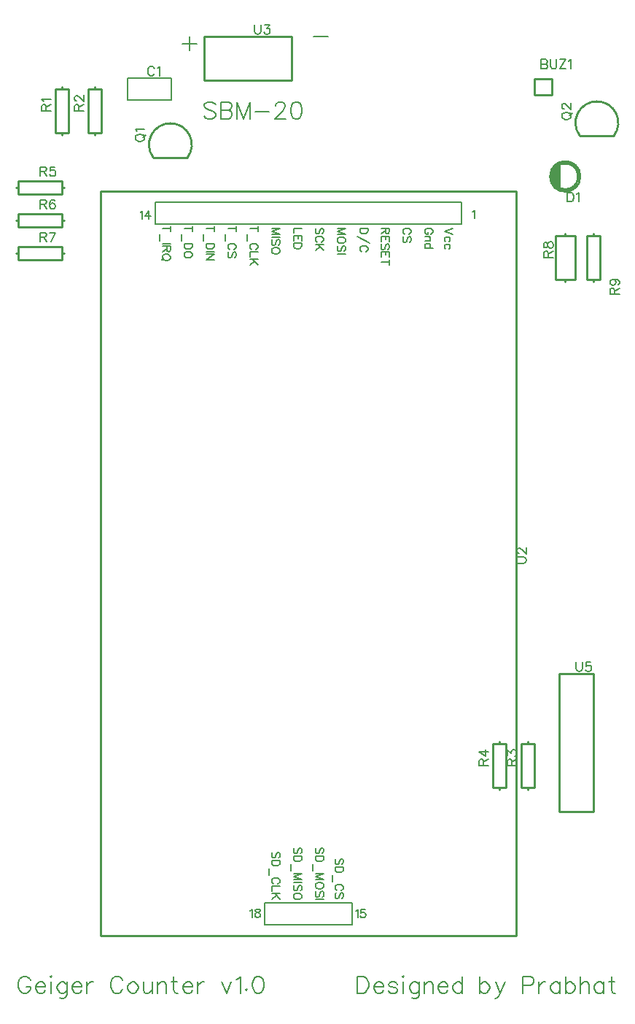
<source format=gto>
G04 Layer: TopSilkLayer*
G04 EasyEDA v6.2.34, 2019-08-10T09:13:35--4:00*
G04 cec1feb412d9436ebb02216d70db0232,603e5982b1a64880906022400fb7a34d,10*
G04 Gerber Generator version 0.2*
G04 Scale: 100 percent, Rotated: No, Reflected: No *
G04 Dimensions in millimeters *
G04 leading zeros omitted , absolute positions ,3 integer and 3 decimal *
%FSLAX33Y33*%
%MOMM*%
G90*
G71D02*

%ADD10C,0.254000*%
%ADD22C,0.200660*%
%ADD23C,0.152400*%
%ADD24C,0.203200*%
%ADD25C,0.202997*%

%LPD*%
G54D22*
G01X53364Y96729D02*
G01X19709Y96729D01*
G01X55269Y96729D02*
G01X53364Y96729D01*
G01X55269Y99269D02*
G01X55269Y96729D01*
G01X55269Y99269D02*
G01X19709Y99269D01*
G01X19709Y99269D02*
G01X19709Y96729D01*
G01X42569Y17989D02*
G01X42569Y15449D01*
G01X42569Y15449D02*
G01X32409Y15449D01*
G01X42569Y17989D02*
G01X32409Y17989D01*
G01X32409Y17989D02*
G01X32409Y15449D01*
G54D10*
G01X61619Y100539D02*
G01X61619Y14179D01*
G01X13359Y14179D01*
G01X13359Y100539D01*
G01X61619Y100539D01*
G01X25400Y118475D02*
G01X35560Y118475D01*
G01X35560Y113395D01*
G01X25400Y113395D01*
G01X25400Y118475D01*
G01X8128Y107299D02*
G01X8128Y112379D01*
G01X8128Y112379D02*
G01X8890Y112379D01*
G01X8890Y112379D02*
G01X9652Y112379D01*
G01X9652Y112379D02*
G01X9652Y107299D01*
G01X9652Y107299D02*
G01X8890Y107299D01*
G01X8890Y107299D02*
G01X8128Y107299D01*
G01X8890Y112379D02*
G01X8890Y112633D01*
G01X8890Y107299D02*
G01X8890Y107045D01*
G01X11938Y107299D02*
G01X11938Y112379D01*
G01X11938Y112379D02*
G01X12700Y112379D01*
G01X12700Y112379D02*
G01X13462Y112379D01*
G01X13462Y112379D02*
G01X13462Y107299D01*
G01X13462Y107299D02*
G01X12700Y107299D01*
G01X12700Y107299D02*
G01X11938Y107299D01*
G01X12700Y112379D02*
G01X12700Y112633D01*
G01X12700Y107299D02*
G01X12700Y107045D01*
G01X62230Y31353D02*
G01X62230Y36433D01*
G01X62230Y36433D02*
G01X62992Y36433D01*
G01X62992Y36433D02*
G01X63754Y36433D01*
G01X63754Y36433D02*
G01X63754Y31353D01*
G01X63754Y31353D02*
G01X62992Y31353D01*
G01X62992Y31353D02*
G01X62230Y31353D01*
G01X62992Y36433D02*
G01X62992Y36687D01*
G01X62992Y31353D02*
G01X62992Y31099D01*
G01X58928Y31353D02*
G01X58928Y36433D01*
G01X58928Y36433D02*
G01X59690Y36433D01*
G01X59690Y36433D02*
G01X60452Y36433D01*
G01X60452Y36433D02*
G01X60452Y31353D01*
G01X60452Y31353D02*
G01X59690Y31353D01*
G01X59690Y31353D02*
G01X58928Y31353D01*
G01X59690Y36433D02*
G01X59690Y36687D01*
G01X59690Y31353D02*
G01X59690Y31099D01*
G54D22*
G01X21587Y113647D02*
G01X16507Y113647D01*
G01X16507Y111107D01*
G01X21587Y111107D01*
G01X21587Y113647D01*
G54D10*
G01X3810Y101711D02*
G01X8890Y101711D01*
G01X8890Y101711D02*
G01X8890Y100949D01*
G01X8890Y100949D02*
G01X8890Y100187D01*
G01X8890Y100187D02*
G01X3810Y100187D01*
G01X3810Y100187D02*
G01X3810Y100949D01*
G01X3810Y100949D02*
G01X3810Y101711D01*
G01X8890Y100949D02*
G01X9144Y100949D01*
G01X3810Y100949D02*
G01X3556Y100949D01*
G01X3810Y97901D02*
G01X8890Y97901D01*
G01X8890Y97901D02*
G01X8890Y97139D01*
G01X8890Y97139D02*
G01X8890Y96377D01*
G01X8890Y96377D02*
G01X3810Y96377D01*
G01X3810Y96377D02*
G01X3810Y97139D01*
G01X3810Y97139D02*
G01X3810Y97901D01*
G01X8890Y97139D02*
G01X9144Y97139D01*
G01X3810Y97139D02*
G01X3556Y97139D01*
G01X23442Y104403D02*
G01X19483Y104403D01*
G01X3810Y94091D02*
G01X8890Y94091D01*
G01X8890Y94091D02*
G01X8890Y93329D01*
G01X8890Y93329D02*
G01X8890Y92567D01*
G01X8890Y92567D02*
G01X3810Y92567D01*
G01X3810Y92567D02*
G01X3810Y93329D01*
G01X3810Y93329D02*
G01X3810Y94091D01*
G01X8890Y93329D02*
G01X9144Y93329D01*
G01X3810Y93329D02*
G01X3556Y93329D01*
G01X63770Y113553D02*
G01X65769Y113553D01*
G01X63770Y111704D02*
G01X65769Y111704D01*
G01X65769Y113553D02*
G01X65769Y111704D01*
G01X63770Y113553D02*
G01X63770Y111704D01*
G01X66167Y90281D02*
G01X66167Y95361D01*
G01X66167Y95361D02*
G01X67310Y95361D01*
G01X67310Y95361D02*
G01X68453Y95361D01*
G01X68453Y95361D02*
G01X68453Y90281D01*
G01X68453Y90281D02*
G01X67310Y90281D01*
G01X67310Y90281D02*
G01X66167Y90281D01*
G01X67310Y95361D02*
G01X67310Y95615D01*
G01X67310Y90281D02*
G01X67310Y90027D01*
G01X66580Y44529D02*
G01X70579Y44529D01*
G01X70579Y28530D01*
G01X66580Y28530D01*
G01X66580Y44529D01*
G01X72972Y106943D02*
G01X69013Y106943D01*
G01X71374Y95361D02*
G01X71374Y90281D01*
G01X71374Y90281D02*
G01X70612Y90281D01*
G01X70612Y90281D02*
G01X69850Y90281D01*
G01X69850Y90281D02*
G01X69850Y95361D01*
G01X69850Y95361D02*
G01X70612Y95361D01*
G01X70612Y95361D02*
G01X71374Y95361D01*
G01X70612Y90281D02*
G01X70612Y90027D01*
G01X70612Y95361D02*
G01X70612Y95615D01*
G54D23*
G01X61719Y57359D02*
G01X62496Y57359D01*
G01X62653Y57410D01*
G01X62757Y57514D01*
G01X62808Y57672D01*
G01X62808Y57776D01*
G01X62757Y57931D01*
G01X62653Y58035D01*
G01X62496Y58086D01*
G01X61719Y58086D01*
G01X61978Y58482D02*
G01X61924Y58482D01*
G01X61820Y58533D01*
G01X61769Y58586D01*
G01X61719Y58690D01*
G01X61719Y58896D01*
G01X61769Y59000D01*
G01X61820Y59054D01*
G01X61924Y59104D01*
G01X62028Y59104D01*
G01X62133Y59054D01*
G01X62290Y58950D01*
G01X62808Y58429D01*
G01X62808Y59158D01*
G54D24*
G01X56539Y98109D02*
G01X56631Y98154D01*
G01X56766Y98292D01*
G01X56766Y97337D01*
G01X54253Y96221D02*
G01X53298Y95859D01*
G01X54253Y95496D02*
G01X53298Y95859D01*
G01X53799Y94650D02*
G01X53891Y94742D01*
G01X53932Y94830D01*
G01X53934Y94968D01*
G01X53891Y95058D01*
G01X53799Y95149D01*
G01X53663Y95196D01*
G01X53569Y95196D01*
G01X53436Y95149D01*
G01X53345Y95058D01*
G01X53298Y94968D01*
G01X53300Y94830D01*
G01X53345Y94742D01*
G01X53436Y94650D01*
G01X53799Y93802D02*
G01X53891Y93894D01*
G01X53934Y93987D01*
G01X53934Y94120D01*
G01X53891Y94213D01*
G01X53799Y94305D01*
G01X53661Y94350D01*
G01X53571Y94350D01*
G01X53434Y94303D01*
G01X53345Y94213D01*
G01X53298Y94120D01*
G01X53298Y93987D01*
G01X53345Y93894D01*
G01X53436Y93802D01*
G01X51739Y95541D02*
G01X51829Y95584D01*
G01X51921Y95675D01*
G01X51967Y95765D01*
G01X51967Y95948D01*
G01X51921Y96038D01*
G01X51829Y96130D01*
G01X51739Y96177D01*
G01X51605Y96221D01*
G01X51375Y96221D01*
G01X51238Y96175D01*
G01X51150Y96130D01*
G01X51059Y96038D01*
G01X51012Y95948D01*
G01X51014Y95767D01*
G01X51059Y95675D01*
G01X51150Y95584D01*
G01X51240Y95541D01*
G01X51377Y95541D01*
G01X51377Y95767D02*
G01X51377Y95541D01*
G01X51648Y95237D02*
G01X51014Y95239D01*
G01X51466Y95239D02*
G01X51605Y95104D01*
G01X51648Y95011D01*
G01X51648Y94874D01*
G01X51603Y94786D01*
G01X51466Y94740D01*
G01X51012Y94742D01*
G01X51967Y93894D02*
G01X51012Y93894D01*
G01X51513Y93896D02*
G01X51605Y93987D01*
G01X51646Y94075D01*
G01X51648Y94213D01*
G01X51605Y94303D01*
G01X51513Y94395D01*
G01X51377Y94438D01*
G01X51283Y94438D01*
G01X51150Y94395D01*
G01X51059Y94303D01*
G01X51012Y94213D01*
G01X51014Y94075D01*
G01X51059Y93987D01*
G01X51150Y93896D01*
G01X49198Y95541D02*
G01X49287Y95584D01*
G01X49379Y95675D01*
G01X49426Y95765D01*
G01X49426Y95948D01*
G01X49379Y96038D01*
G01X49287Y96130D01*
G01X49198Y96177D01*
G01X49063Y96221D01*
G01X48833Y96221D01*
G01X48696Y96175D01*
G01X48608Y96130D01*
G01X48517Y96038D01*
G01X48470Y95948D01*
G01X48472Y95767D01*
G01X48517Y95675D01*
G01X48608Y95584D01*
G01X48698Y95541D01*
G01X49287Y94603D02*
G01X49379Y94695D01*
G01X49427Y94830D01*
G01X49426Y95011D01*
G01X49381Y95149D01*
G01X49287Y95239D01*
G01X49198Y95239D01*
G01X49106Y95194D01*
G01X49063Y95151D01*
G01X49016Y95058D01*
G01X48925Y94786D01*
G01X48880Y94695D01*
G01X48835Y94650D01*
G01X48741Y94603D01*
G01X48608Y94603D01*
G01X48517Y94695D01*
G01X48472Y94830D01*
G01X48472Y95013D01*
G01X48515Y95149D01*
G01X48608Y95239D01*
G01X46886Y96221D02*
G01X45930Y96221D01*
G01X46886Y96221D02*
G01X46886Y95812D01*
G01X46839Y95675D01*
G01X46794Y95631D01*
G01X46704Y95584D01*
G01X46611Y95584D01*
G01X46523Y95629D01*
G01X46476Y95675D01*
G01X46431Y95814D01*
G01X46429Y96221D01*
G01X46431Y95904D02*
G01X45932Y95584D01*
G01X46886Y95284D02*
G01X45930Y95284D01*
G01X46886Y95284D02*
G01X46886Y94695D01*
G01X46431Y95286D02*
G01X46429Y94921D01*
G01X45930Y95284D02*
G01X45930Y94695D01*
G01X46749Y93757D02*
G01X46841Y93849D01*
G01X46886Y93987D01*
G01X46886Y94167D01*
G01X46839Y94303D01*
G01X46747Y94395D01*
G01X46658Y94395D01*
G01X46566Y94350D01*
G01X46523Y94303D01*
G01X46478Y94212D01*
G01X46386Y93940D01*
G01X46340Y93851D01*
G01X46293Y93804D01*
G01X46203Y93757D01*
G01X46067Y93757D01*
G01X45975Y93849D01*
G01X45930Y93987D01*
G01X45930Y94167D01*
G01X45977Y94303D01*
G01X46068Y94395D01*
G01X46886Y93459D02*
G01X45930Y93459D01*
G01X46886Y93459D02*
G01X46886Y92866D01*
G01X46431Y93457D02*
G01X46431Y93095D01*
G01X45930Y93459D02*
G01X45930Y92866D01*
G01X46886Y92249D02*
G01X45930Y92249D01*
G01X46887Y92567D02*
G01X46886Y91933D01*
G01X44420Y96221D02*
G01X43465Y96221D01*
G01X44420Y96221D02*
G01X44420Y95905D01*
G01X44375Y95767D01*
G01X44284Y95675D01*
G01X44192Y95631D01*
G01X44055Y95584D01*
G01X43829Y95584D01*
G01X43691Y95629D01*
G01X43601Y95675D01*
G01X43509Y95767D01*
G01X43466Y95904D01*
G01X43465Y96221D01*
G01X44601Y94467D02*
G01X43148Y95284D01*
G01X44192Y93486D02*
G01X44284Y93531D01*
G01X44373Y93621D01*
G01X44420Y93711D01*
G01X44420Y93894D01*
G01X44375Y93985D01*
G01X44282Y94075D01*
G01X44192Y94122D01*
G01X44057Y94167D01*
G01X43827Y94167D01*
G01X43691Y94120D01*
G01X43603Y94075D01*
G01X43511Y93987D01*
G01X43465Y93894D01*
G01X43466Y93712D01*
G01X43511Y93621D01*
G01X43603Y93533D01*
G01X43693Y93486D01*
G01X41807Y96221D02*
G01X40852Y96221D01*
G01X41807Y96221D02*
G01X40852Y95859D01*
G01X41807Y95496D02*
G01X40852Y95859D01*
G01X41807Y95496D02*
G01X40852Y95496D01*
G01X41807Y94921D02*
G01X41763Y95013D01*
G01X41671Y95104D01*
G01X41579Y95149D01*
G01X41445Y95194D01*
G01X41217Y95196D01*
G01X41078Y95151D01*
G01X40988Y95104D01*
G01X40897Y95013D01*
G01X40852Y94921D01*
G01X40852Y94742D01*
G01X40899Y94648D01*
G01X40988Y94558D01*
G01X41078Y94512D01*
G01X41217Y94467D01*
G01X41445Y94465D01*
G01X41579Y94513D01*
G01X41671Y94558D01*
G01X41763Y94650D01*
G01X41807Y94742D01*
G01X41807Y94921D01*
G01X41671Y93531D02*
G01X41761Y93621D01*
G01X41807Y93757D01*
G01X41807Y93940D01*
G01X41763Y94075D01*
G01X41671Y94167D01*
G01X41578Y94167D01*
G01X41488Y94120D01*
G01X41443Y94075D01*
G01X41398Y93987D01*
G01X41306Y93712D01*
G01X41261Y93621D01*
G01X41215Y93574D01*
G01X41125Y93531D01*
G01X40990Y93533D01*
G01X40899Y93621D01*
G01X40852Y93757D01*
G01X40852Y93940D01*
G01X40897Y94075D01*
G01X40988Y94167D01*
G01X41807Y93229D02*
G01X40852Y93229D01*
G01X39127Y95584D02*
G01X39219Y95675D01*
G01X39266Y95812D01*
G01X39266Y95995D01*
G01X39221Y96130D01*
G01X39129Y96221D01*
G01X39036Y96221D01*
G01X38946Y96175D01*
G01X38901Y96130D01*
G01X38856Y96038D01*
G01X38765Y95767D01*
G01X38720Y95675D01*
G01X38675Y95631D01*
G01X38581Y95584D01*
G01X38448Y95584D01*
G01X38357Y95675D01*
G01X38310Y95812D01*
G01X38310Y95995D01*
G01X38355Y96130D01*
G01X38447Y96221D01*
G01X39038Y94603D02*
G01X39129Y94648D01*
G01X39221Y94740D01*
G01X39267Y94830D01*
G01X39266Y95011D01*
G01X39219Y95104D01*
G01X39129Y95194D01*
G01X39038Y95239D01*
G01X38903Y95284D01*
G01X38673Y95284D01*
G01X38536Y95237D01*
G01X38448Y95196D01*
G01X38357Y95104D01*
G01X38312Y95013D01*
G01X38312Y94830D01*
G01X38357Y94742D01*
G01X38448Y94650D01*
G01X38538Y94603D01*
G01X39266Y94303D02*
G01X38310Y94303D01*
G01X39266Y93667D02*
G01X38628Y94305D01*
G01X38858Y94075D02*
G01X38312Y93666D01*
G01X36726Y96221D02*
G01X35770Y96221D01*
G01X35770Y96221D02*
G01X35770Y95675D01*
G01X36726Y95377D02*
G01X35772Y95376D01*
G01X36726Y95377D02*
G01X36727Y94786D01*
G01X36271Y95376D02*
G01X36271Y95013D01*
G01X35772Y95376D02*
G01X35772Y94786D01*
G01X36726Y94483D02*
G01X35770Y94483D01*
G01X36726Y94483D02*
G01X36726Y94167D01*
G01X36681Y94028D01*
G01X36589Y93940D01*
G01X36498Y93896D01*
G01X36361Y93849D01*
G01X36135Y93849D01*
G01X35996Y93894D01*
G01X35907Y93940D01*
G01X35817Y94030D01*
G01X35770Y94167D01*
G01X35770Y94483D01*
G01X34187Y96221D02*
G01X33232Y96221D01*
G01X34187Y96221D02*
G01X33232Y95859D01*
G01X34187Y95496D02*
G01X33232Y95859D01*
G01X34187Y95496D02*
G01X33232Y95496D01*
G01X34187Y95194D02*
G01X33232Y95194D01*
G01X34049Y94258D02*
G01X34141Y94350D01*
G01X34187Y94483D01*
G01X34187Y94666D01*
G01X34143Y94804D01*
G01X34051Y94892D01*
G01X33959Y94894D01*
G01X33868Y94849D01*
G01X33823Y94804D01*
G01X33778Y94713D01*
G01X33686Y94438D01*
G01X33641Y94350D01*
G01X33595Y94303D01*
G01X33503Y94258D01*
G01X33370Y94258D01*
G01X33279Y94350D01*
G01X33232Y94483D01*
G01X33232Y94666D01*
G01X33277Y94804D01*
G01X33370Y94894D01*
G01X34187Y93685D02*
G01X34141Y93775D01*
G01X34049Y93867D01*
G01X33959Y93914D01*
G01X33825Y93958D01*
G01X33595Y93958D01*
G01X33458Y93912D01*
G01X33370Y93867D01*
G01X33279Y93775D01*
G01X33234Y93684D01*
G01X33234Y93504D01*
G01X33279Y93412D01*
G01X33370Y93321D01*
G01X33458Y93276D01*
G01X33595Y93229D01*
G01X33825Y93229D01*
G01X33959Y93274D01*
G01X34049Y93321D01*
G01X34141Y93412D01*
G01X34187Y93502D01*
G01X34187Y93685D01*
G01X31646Y96159D02*
G01X30692Y96158D01*
G01X31646Y96475D02*
G01X31647Y95838D01*
G01X30374Y95538D02*
G01X30372Y94721D01*
G01X31418Y93740D02*
G01X31509Y93785D01*
G01X31599Y93875D01*
G01X31646Y93965D01*
G01X31646Y94148D01*
G01X31601Y94239D01*
G01X31507Y94329D01*
G01X31418Y94376D01*
G01X31283Y94421D01*
G01X31053Y94421D01*
G01X30916Y94374D01*
G01X30828Y94329D01*
G01X30737Y94241D01*
G01X30690Y94148D01*
G01X30692Y93966D01*
G01X30737Y93875D01*
G01X30828Y93787D01*
G01X30918Y93740D01*
G01X31646Y93440D02*
G01X30690Y93440D01*
G01X30690Y93440D02*
G01X30690Y92894D01*
G01X31646Y92596D02*
G01X30692Y92594D01*
G01X31646Y91957D02*
G01X31008Y92594D01*
G01X31236Y92366D02*
G01X30690Y91957D01*
G01X29106Y96159D02*
G01X28152Y96158D01*
G01X29106Y96475D02*
G01X29107Y95838D01*
G01X27834Y95538D02*
G01X27832Y94721D01*
G01X28878Y93740D02*
G01X28969Y93785D01*
G01X29059Y93875D01*
G01X29106Y93965D01*
G01X29106Y94148D01*
G01X29061Y94239D01*
G01X28967Y94329D01*
G01X28878Y94376D01*
G01X28743Y94421D01*
G01X28513Y94421D01*
G01X28376Y94374D01*
G01X28288Y94329D01*
G01X28197Y94241D01*
G01X28150Y94148D01*
G01X28152Y93966D01*
G01X28197Y93875D01*
G01X28288Y93787D01*
G01X28378Y93740D01*
G01X28967Y92803D02*
G01X29059Y92894D01*
G01X29106Y93031D01*
G01X29106Y93210D01*
G01X29061Y93349D01*
G01X28969Y93440D01*
G01X28876Y93440D01*
G01X28786Y93393D01*
G01X28741Y93349D01*
G01X28696Y93257D01*
G01X28605Y92986D01*
G01X28560Y92894D01*
G01X28515Y92849D01*
G01X28421Y92803D01*
G01X28288Y92803D01*
G01X28197Y92894D01*
G01X28150Y93031D01*
G01X28152Y93212D01*
G01X28195Y93349D01*
G01X28287Y93440D01*
G01X26566Y96159D02*
G01X25612Y96158D01*
G01X26566Y96475D02*
G01X26567Y95838D01*
G01X25294Y95538D02*
G01X25292Y94721D01*
G01X26566Y94421D02*
G01X25610Y94421D01*
G01X26566Y94421D02*
G01X26566Y94105D01*
G01X26521Y93966D01*
G01X26429Y93875D01*
G01X26338Y93830D01*
G01X26203Y93785D01*
G01X25973Y93785D01*
G01X25836Y93828D01*
G01X25747Y93875D01*
G01X25657Y93965D01*
G01X25612Y94103D01*
G01X25610Y94421D01*
G01X26566Y93483D02*
G01X25610Y93483D01*
G01X26566Y93185D02*
G01X25612Y93183D01*
G01X26566Y93185D02*
G01X25610Y92549D01*
G01X26566Y92549D02*
G01X25610Y92549D01*
G01X24026Y96159D02*
G01X23072Y96158D01*
G01X24026Y96475D02*
G01X24027Y95838D01*
G01X22754Y95538D02*
G01X22752Y94721D01*
G01X24026Y94421D02*
G01X23070Y94421D01*
G01X24026Y94421D02*
G01X24026Y94105D01*
G01X23981Y93966D01*
G01X23889Y93875D01*
G01X23798Y93830D01*
G01X23663Y93785D01*
G01X23433Y93785D01*
G01X23296Y93828D01*
G01X23207Y93875D01*
G01X23117Y93965D01*
G01X23072Y94103D01*
G01X23070Y94421D01*
G01X24026Y93210D02*
G01X23979Y93304D01*
G01X23889Y93393D01*
G01X23796Y93440D01*
G01X23663Y93483D01*
G01X23433Y93483D01*
G01X23296Y93440D01*
G01X23208Y93395D01*
G01X23117Y93304D01*
G01X23072Y93212D01*
G01X23070Y93031D01*
G01X23117Y92941D01*
G01X23208Y92849D01*
G01X23298Y92803D01*
G01X23433Y92758D01*
G01X23663Y92758D01*
G01X23798Y92803D01*
G01X23889Y92847D01*
G01X23981Y92939D01*
G01X24026Y93031D01*
G01X24026Y93210D01*
G01X21486Y96159D02*
G01X20532Y96158D01*
G01X21486Y96475D02*
G01X21487Y95838D01*
G01X20214Y95538D02*
G01X20212Y94721D01*
G01X21486Y94421D02*
G01X20530Y94421D01*
G01X21487Y94121D02*
G01X20532Y94121D01*
G01X21487Y94121D02*
G01X21486Y93713D01*
G01X21441Y93575D01*
G01X21394Y93528D01*
G01X21302Y93483D01*
G01X21213Y93483D01*
G01X21123Y93530D01*
G01X21078Y93575D01*
G01X21031Y93711D01*
G01X21031Y94121D01*
G01X21031Y93805D02*
G01X20530Y93483D01*
G01X21486Y92912D02*
G01X21441Y93004D01*
G01X21349Y93095D01*
G01X21258Y93137D01*
G01X21123Y93185D01*
G01X20895Y93183D01*
G01X20756Y93138D01*
G01X20667Y93095D01*
G01X20575Y93004D01*
G01X20530Y92912D01*
G01X20530Y92729D01*
G01X20577Y92639D01*
G01X20668Y92548D01*
G01X20756Y92503D01*
G01X20895Y92458D01*
G01X21123Y92456D01*
G01X21256Y92503D01*
G01X21349Y92549D01*
G01X21441Y92641D01*
G01X21486Y92729D01*
G01X21486Y92912D01*
G01X20713Y92776D02*
G01X20440Y92503D01*
G01X34050Y23194D02*
G01X34142Y23285D01*
G01X34187Y23423D01*
G01X34187Y23605D01*
G01X34142Y23740D01*
G01X34050Y23831D01*
G01X33959Y23831D01*
G01X33870Y23786D01*
G01X33824Y23740D01*
G01X33779Y23649D01*
G01X33687Y23377D01*
G01X33641Y23285D01*
G01X33596Y23240D01*
G01X33504Y23194D01*
G01X33370Y23194D01*
G01X33278Y23285D01*
G01X33232Y23423D01*
G01X33232Y23605D01*
G01X33278Y23740D01*
G01X33370Y23831D01*
G01X34187Y22894D02*
G01X33232Y22894D01*
G01X34187Y22894D02*
G01X34187Y22577D01*
G01X34142Y22440D01*
G01X34050Y22351D01*
G01X33959Y22305D01*
G01X33824Y22259D01*
G01X33596Y22259D01*
G01X33459Y22305D01*
G01X33370Y22351D01*
G01X33278Y22440D01*
G01X33232Y22577D01*
G01X33232Y22894D01*
G01X32915Y21960D02*
G01X32915Y21142D01*
G01X33959Y20159D02*
G01X34050Y20204D01*
G01X34142Y20296D01*
G01X34187Y20387D01*
G01X34187Y20568D01*
G01X34142Y20659D01*
G01X34050Y20750D01*
G01X33959Y20796D01*
G01X33824Y20839D01*
G01X33596Y20839D01*
G01X33459Y20796D01*
G01X33370Y20750D01*
G01X33278Y20659D01*
G01X33232Y20568D01*
G01X33232Y20387D01*
G01X33278Y20296D01*
G01X33370Y20204D01*
G01X33459Y20159D01*
G01X34187Y19859D02*
G01X33232Y19859D01*
G01X33232Y19859D02*
G01X33232Y19313D01*
G01X34187Y19013D02*
G01X33232Y19013D01*
G01X34187Y18378D02*
G01X33550Y19013D01*
G01X33779Y18787D02*
G01X33232Y18378D01*
G01X36590Y23702D02*
G01X36682Y23793D01*
G01X36727Y23931D01*
G01X36727Y24113D01*
G01X36682Y24248D01*
G01X36590Y24339D01*
G01X36499Y24339D01*
G01X36410Y24294D01*
G01X36364Y24248D01*
G01X36319Y24157D01*
G01X36227Y23885D01*
G01X36181Y23793D01*
G01X36136Y23748D01*
G01X36044Y23702D01*
G01X35910Y23702D01*
G01X35818Y23793D01*
G01X35772Y23931D01*
G01X35772Y24113D01*
G01X35818Y24248D01*
G01X35910Y24339D01*
G01X36727Y23402D02*
G01X35772Y23402D01*
G01X36727Y23402D02*
G01X36727Y23085D01*
G01X36682Y22948D01*
G01X36590Y22859D01*
G01X36499Y22813D01*
G01X36364Y22767D01*
G01X36136Y22767D01*
G01X35999Y22813D01*
G01X35910Y22859D01*
G01X35818Y22948D01*
G01X35772Y23085D01*
G01X35772Y23402D01*
G01X35455Y22468D02*
G01X35455Y21650D01*
G01X36727Y21347D02*
G01X35772Y21347D01*
G01X36727Y21347D02*
G01X35772Y20984D01*
G01X36727Y20621D02*
G01X35772Y20984D01*
G01X36727Y20621D02*
G01X35772Y20621D01*
G01X36727Y20321D02*
G01X35772Y20321D01*
G01X36590Y19384D02*
G01X36682Y19475D01*
G01X36727Y19613D01*
G01X36727Y19793D01*
G01X36682Y19930D01*
G01X36590Y20021D01*
G01X36499Y20021D01*
G01X36410Y19976D01*
G01X36364Y19930D01*
G01X36319Y19839D01*
G01X36227Y19567D01*
G01X36181Y19475D01*
G01X36136Y19430D01*
G01X36044Y19384D01*
G01X35910Y19384D01*
G01X35818Y19475D01*
G01X35772Y19613D01*
G01X35772Y19793D01*
G01X35818Y19930D01*
G01X35910Y20021D01*
G01X36727Y18812D02*
G01X36682Y18904D01*
G01X36590Y18995D01*
G01X36499Y19039D01*
G01X36364Y19084D01*
G01X36136Y19084D01*
G01X35999Y19039D01*
G01X35910Y18995D01*
G01X35818Y18904D01*
G01X35772Y18812D01*
G01X35772Y18630D01*
G01X35818Y18541D01*
G01X35910Y18449D01*
G01X35999Y18404D01*
G01X36136Y18358D01*
G01X36364Y18358D01*
G01X36499Y18404D01*
G01X36590Y18449D01*
G01X36682Y18541D01*
G01X36727Y18630D01*
G01X36727Y18812D01*
G01X39129Y23702D02*
G01X39221Y23794D01*
G01X39267Y23930D01*
G01X39267Y24113D01*
G01X39223Y24248D01*
G01X39131Y24340D01*
G01X39038Y24340D01*
G01X38948Y24293D01*
G01X38903Y24248D01*
G01X38858Y24156D01*
G01X38766Y23885D01*
G01X38721Y23794D01*
G01X38677Y23749D01*
G01X38583Y23702D01*
G01X38450Y23702D01*
G01X38359Y23794D01*
G01X38312Y23930D01*
G01X38312Y24113D01*
G01X38357Y24248D01*
G01X38448Y24340D01*
G01X39267Y23402D02*
G01X38312Y23402D01*
G01X39267Y23402D02*
G01X39267Y23086D01*
G01X39223Y22948D01*
G01X39131Y22860D01*
G01X39038Y22813D01*
G01X38905Y22766D01*
G01X38677Y22768D01*
G01X38538Y22813D01*
G01X38450Y22858D01*
G01X38357Y22948D01*
G01X38312Y23086D01*
G01X38312Y23402D01*
G01X37996Y22468D02*
G01X37996Y21649D01*
G01X39267Y21347D02*
G01X38312Y21347D01*
G01X39267Y21347D02*
G01X38312Y20984D01*
G01X39267Y20622D02*
G01X38312Y20984D01*
G01X39267Y20622D02*
G01X38312Y20622D01*
G01X39267Y20051D02*
G01X39223Y20139D01*
G01X39131Y20230D01*
G01X39039Y20275D01*
G01X38905Y20320D01*
G01X38677Y20322D01*
G01X38538Y20277D01*
G01X38448Y20230D01*
G01X38357Y20139D01*
G01X38312Y20051D01*
G01X38312Y19867D01*
G01X38359Y19774D01*
G01X38450Y19686D01*
G01X38538Y19641D01*
G01X38675Y19594D01*
G01X38905Y19594D01*
G01X39039Y19639D01*
G01X39129Y19686D01*
G01X39223Y19776D01*
G01X39267Y19867D01*
G01X39267Y20051D01*
G01X39131Y18657D02*
G01X39223Y18748D01*
G01X39267Y18887D01*
G01X39267Y19066D01*
G01X39223Y19205D01*
G01X39131Y19296D01*
G01X39039Y19294D01*
G01X38948Y19249D01*
G01X38905Y19203D01*
G01X38858Y19113D01*
G01X38768Y18840D01*
G01X38721Y18750D01*
G01X38675Y18704D01*
G01X38585Y18657D01*
G01X38450Y18659D01*
G01X38359Y18750D01*
G01X38312Y18887D01*
G01X38312Y19066D01*
G01X38359Y19203D01*
G01X38450Y19294D01*
G01X39267Y18359D02*
G01X38312Y18359D01*
G01X41415Y22432D02*
G01X41507Y22523D01*
G01X41553Y22660D01*
G01X41553Y22843D01*
G01X41509Y22978D01*
G01X41417Y23069D01*
G01X41324Y23069D01*
G01X41234Y23023D01*
G01X41189Y22978D01*
G01X41144Y22886D01*
G01X41052Y22615D01*
G01X41007Y22523D01*
G01X40963Y22479D01*
G01X40869Y22432D01*
G01X40736Y22432D01*
G01X40645Y22523D01*
G01X40598Y22660D01*
G01X40598Y22843D01*
G01X40643Y22978D01*
G01X40734Y23069D01*
G01X41553Y22132D02*
G01X40598Y22132D01*
G01X41553Y22132D02*
G01X41553Y21816D01*
G01X41509Y21678D01*
G01X41417Y21590D01*
G01X41324Y21543D01*
G01X41191Y21496D01*
G01X40963Y21498D01*
G01X40824Y21543D01*
G01X40736Y21588D01*
G01X40643Y21678D01*
G01X40598Y21816D01*
G01X40598Y22132D01*
G01X40282Y21198D02*
G01X40282Y20379D01*
G01X41325Y19397D02*
G01X41417Y19441D01*
G01X41509Y19533D01*
G01X41553Y19625D01*
G01X41553Y19804D01*
G01X41507Y19898D01*
G01X41417Y19987D01*
G01X41324Y20034D01*
G01X41191Y20077D01*
G01X40961Y20077D01*
G01X40824Y20034D01*
G01X40736Y19989D01*
G01X40645Y19898D01*
G01X40600Y19806D01*
G01X40598Y19625D01*
G01X40645Y19535D01*
G01X40736Y19443D01*
G01X40826Y19397D01*
G01X41415Y18459D02*
G01X41507Y18551D01*
G01X41553Y18687D01*
G01X41553Y18867D01*
G01X41509Y19005D01*
G01X41417Y19097D01*
G01X41324Y19097D01*
G01X41234Y19050D01*
G01X41191Y19007D01*
G01X41144Y18913D01*
G01X41052Y18642D01*
G01X41007Y18551D01*
G01X40963Y18506D01*
G01X40869Y18459D01*
G01X40736Y18459D01*
G01X40645Y18551D01*
G01X40598Y18687D01*
G01X40600Y18869D01*
G01X40645Y19007D01*
G01X40734Y19097D01*
G01X42999Y16991D02*
G01X43090Y17037D01*
G01X43225Y17174D01*
G01X43225Y16219D01*
G01X44071Y17174D02*
G01X43616Y17174D01*
G01X43570Y16765D01*
G01X43616Y16811D01*
G01X43753Y16854D01*
G01X43890Y16854D01*
G01X44025Y16811D01*
G01X44116Y16719D01*
G01X44162Y16582D01*
G01X44162Y16491D01*
G01X44116Y16356D01*
G01X44025Y16265D01*
G01X43890Y16219D01*
G01X43753Y16219D01*
G01X43616Y16265D01*
G01X43570Y16311D01*
G01X43527Y16402D01*
G54D25*
G01X30738Y17045D02*
G01X30830Y17090D01*
G01X30964Y17227D01*
G01X30964Y16272D01*
G01X31493Y17227D02*
G01X31355Y17182D01*
G01X31310Y17090D01*
G01X31310Y16999D01*
G01X31355Y16907D01*
G01X31447Y16864D01*
G01X31630Y16819D01*
G01X31764Y16773D01*
G01X31856Y16681D01*
G01X31901Y16590D01*
G01X31901Y16455D01*
G01X31856Y16364D01*
G01X31810Y16318D01*
G01X31675Y16272D01*
G01X31493Y16272D01*
G01X31355Y16318D01*
G01X31310Y16364D01*
G01X31266Y16455D01*
G01X31266Y16590D01*
G01X31310Y16681D01*
G01X31401Y16773D01*
G01X31538Y16819D01*
G01X31721Y16864D01*
G01X31810Y16907D01*
G01X31856Y16999D01*
G01X31856Y17090D01*
G01X31810Y17182D01*
G01X31675Y17227D01*
G01X31493Y17227D01*
G54D24*
G01X17992Y98071D02*
G01X18084Y98116D01*
G01X18219Y98254D01*
G01X18219Y97298D01*
G01X18975Y98254D02*
G01X18521Y97616D01*
G01X19201Y97616D01*
G01X18975Y98254D02*
G01X18975Y97298D01*
G54D23*
G01X31242Y119819D02*
G01X31242Y119042D01*
G01X31292Y118884D01*
G01X31396Y118780D01*
G01X31554Y118729D01*
G01X31658Y118729D01*
G01X31813Y118780D01*
G01X31917Y118884D01*
G01X31968Y119042D01*
G01X31968Y119819D01*
G01X32415Y119819D02*
G01X32986Y119819D01*
G01X32677Y119405D01*
G01X32832Y119405D01*
G01X32936Y119352D01*
G01X32986Y119301D01*
G01X33040Y119146D01*
G01X33040Y119042D01*
G01X32986Y118884D01*
G01X32882Y118780D01*
G01X32727Y118729D01*
G01X32572Y118729D01*
G01X32415Y118780D01*
G01X32364Y118834D01*
G01X32311Y118938D01*
G54D24*
G01X38100Y118475D02*
G01X39763Y118475D01*
G01X23690Y118475D02*
G01X23690Y116814D01*
G01X22860Y117645D02*
G01X24523Y117645D01*
G01X26692Y110579D02*
G01X26507Y110764D01*
G01X26230Y110855D01*
G01X25862Y110855D01*
G01X25585Y110764D01*
G01X25400Y110579D01*
G01X25400Y110396D01*
G01X25491Y110210D01*
G01X25585Y110116D01*
G01X25768Y110025D01*
G01X26324Y109839D01*
G01X26507Y109748D01*
G01X26601Y109657D01*
G01X26692Y109471D01*
G01X26692Y109194D01*
G01X26507Y109009D01*
G01X26230Y108917D01*
G01X25862Y108917D01*
G01X25585Y109009D01*
G01X25400Y109194D01*
G01X27302Y110855D02*
G01X27302Y108917D01*
G01X27302Y110855D02*
G01X28133Y110855D01*
G01X28409Y110764D01*
G01X28503Y110673D01*
G01X28595Y110487D01*
G01X28595Y110302D01*
G01X28503Y110116D01*
G01X28409Y110025D01*
G01X28133Y109933D01*
G01X27302Y109933D02*
G01X28133Y109933D01*
G01X28409Y109839D01*
G01X28503Y109748D01*
G01X28595Y109563D01*
G01X28595Y109286D01*
G01X28503Y109100D01*
G01X28409Y109009D01*
G01X28133Y108917D01*
G01X27302Y108917D01*
G01X29204Y110855D02*
G01X29204Y108917D01*
G01X29204Y110855D02*
G01X29944Y108917D01*
G01X30683Y110855D02*
G01X29944Y108917D01*
G01X30683Y110855D02*
G01X30683Y108917D01*
G01X31292Y109748D02*
G01X32956Y109748D01*
G01X33657Y110396D02*
G01X33657Y110487D01*
G01X33748Y110673D01*
G01X33842Y110764D01*
G01X34025Y110855D01*
G01X34396Y110855D01*
G01X34582Y110764D01*
G01X34673Y110673D01*
G01X34764Y110487D01*
G01X34764Y110302D01*
G01X34673Y110116D01*
G01X34488Y109839D01*
G01X33566Y108917D01*
G01X34858Y108917D01*
G01X36022Y110855D02*
G01X35745Y110764D01*
G01X35560Y110487D01*
G01X35468Y110025D01*
G01X35468Y109748D01*
G01X35560Y109286D01*
G01X35745Y109009D01*
G01X36022Y108917D01*
G01X36207Y108917D01*
G01X36484Y109009D01*
G01X36667Y109286D01*
G01X36761Y109748D01*
G01X36761Y110025D01*
G01X36667Y110487D01*
G01X36484Y110764D01*
G01X36207Y110855D01*
G01X36022Y110855D01*
G54D23*
G01X6504Y109839D02*
G01X7594Y109839D01*
G01X6504Y109839D02*
G01X6504Y110307D01*
G01X6555Y110462D01*
G01X6606Y110515D01*
G01X6710Y110566D01*
G01X6814Y110566D01*
G01X6918Y110515D01*
G01X6972Y110462D01*
G01X7023Y110307D01*
G01X7023Y109839D01*
G01X7023Y110203D02*
G01X7594Y110566D01*
G01X6710Y110909D02*
G01X6659Y111013D01*
G01X6504Y111170D01*
G01X7594Y111170D01*
G01X10314Y109839D02*
G01X11404Y109839D01*
G01X10314Y109839D02*
G01X10314Y110307D01*
G01X10365Y110462D01*
G01X10416Y110515D01*
G01X10520Y110566D01*
G01X10624Y110566D01*
G01X10728Y110515D01*
G01X10782Y110462D01*
G01X10833Y110307D01*
G01X10833Y109839D01*
G01X10833Y110203D02*
G01X11404Y110566D01*
G01X10574Y110962D02*
G01X10520Y110962D01*
G01X10416Y111013D01*
G01X10365Y111066D01*
G01X10314Y111170D01*
G01X10314Y111376D01*
G01X10365Y111480D01*
G01X10416Y111534D01*
G01X10520Y111584D01*
G01X10624Y111584D01*
G01X10728Y111534D01*
G01X10886Y111430D01*
G01X11404Y110909D01*
G01X11404Y111638D01*
G01X60606Y33893D02*
G01X61696Y33893D01*
G01X60606Y33893D02*
G01X60606Y34361D01*
G01X60657Y34516D01*
G01X60708Y34569D01*
G01X60812Y34620D01*
G01X60916Y34620D01*
G01X61020Y34569D01*
G01X61074Y34516D01*
G01X61125Y34361D01*
G01X61125Y33893D01*
G01X61125Y34257D02*
G01X61696Y34620D01*
G01X60606Y35067D02*
G01X60606Y35638D01*
G01X61020Y35329D01*
G01X61020Y35484D01*
G01X61074Y35588D01*
G01X61125Y35638D01*
G01X61280Y35692D01*
G01X61384Y35692D01*
G01X61541Y35638D01*
G01X61645Y35534D01*
G01X61696Y35379D01*
G01X61696Y35224D01*
G01X61645Y35067D01*
G01X61592Y35016D01*
G01X61488Y34963D01*
G01X57304Y33893D02*
G01X58394Y33893D01*
G01X57304Y33893D02*
G01X57304Y34361D01*
G01X57355Y34516D01*
G01X57406Y34569D01*
G01X57510Y34620D01*
G01X57614Y34620D01*
G01X57718Y34569D01*
G01X57772Y34516D01*
G01X57823Y34361D01*
G01X57823Y33893D01*
G01X57823Y34257D02*
G01X58394Y34620D01*
G01X57304Y35484D02*
G01X58031Y34963D01*
G01X58031Y35743D01*
G01X57304Y35484D02*
G01X58394Y35484D01*
G01X19601Y114732D02*
G01X19547Y114836D01*
G01X19443Y114940D01*
G01X19342Y114991D01*
G01X19133Y114991D01*
G01X19029Y114940D01*
G01X18925Y114836D01*
G01X18872Y114732D01*
G01X18821Y114577D01*
G01X18821Y114318D01*
G01X18872Y114160D01*
G01X18925Y114056D01*
G01X19029Y113952D01*
G01X19133Y113901D01*
G01X19342Y113901D01*
G01X19443Y113952D01*
G01X19547Y114056D01*
G01X19601Y114160D01*
G01X19944Y114785D02*
G01X20048Y114836D01*
G01X20203Y114991D01*
G01X20203Y113901D01*
G01X6350Y103335D02*
G01X6350Y102245D01*
G01X6350Y103335D02*
G01X6817Y103335D01*
G01X6972Y103284D01*
G01X7025Y103233D01*
G01X7076Y103129D01*
G01X7076Y103025D01*
G01X7025Y102921D01*
G01X6972Y102867D01*
G01X6817Y102816D01*
G01X6350Y102816D01*
G01X6713Y102816D02*
G01X7076Y102245D01*
G01X8044Y103335D02*
G01X7523Y103335D01*
G01X7472Y102867D01*
G01X7523Y102921D01*
G01X7680Y102971D01*
G01X7835Y102971D01*
G01X7990Y102921D01*
G01X8094Y102816D01*
G01X8148Y102661D01*
G01X8148Y102557D01*
G01X8094Y102400D01*
G01X7990Y102296D01*
G01X7835Y102245D01*
G01X7680Y102245D01*
G01X7523Y102296D01*
G01X7472Y102349D01*
G01X7419Y102453D01*
G01X6350Y99525D02*
G01X6350Y98435D01*
G01X6350Y99525D02*
G01X6817Y99525D01*
G01X6972Y99474D01*
G01X7025Y99423D01*
G01X7076Y99319D01*
G01X7076Y99215D01*
G01X7025Y99111D01*
G01X6972Y99057D01*
G01X6817Y99006D01*
G01X6350Y99006D01*
G01X6713Y99006D02*
G01X7076Y98435D01*
G01X8044Y99370D02*
G01X7990Y99474D01*
G01X7835Y99525D01*
G01X7731Y99525D01*
G01X7576Y99474D01*
G01X7472Y99319D01*
G01X7419Y99057D01*
G01X7419Y98798D01*
G01X7472Y98590D01*
G01X7576Y98486D01*
G01X7731Y98435D01*
G01X7785Y98435D01*
G01X7940Y98486D01*
G01X8044Y98590D01*
G01X8094Y98747D01*
G01X8094Y98798D01*
G01X8044Y98953D01*
G01X7940Y99057D01*
G01X7785Y99111D01*
G01X7731Y99111D01*
G01X7576Y99057D01*
G01X7472Y98953D01*
G01X7419Y98798D01*
G01X17378Y106596D02*
G01X17429Y106492D01*
G01X17533Y106388D01*
G01X17637Y106334D01*
G01X17792Y106283D01*
G01X18054Y106283D01*
G01X18209Y106334D01*
G01X18313Y106388D01*
G01X18417Y106492D01*
G01X18468Y106596D01*
G01X18468Y106804D01*
G01X18417Y106906D01*
G01X18313Y107010D01*
G01X18209Y107063D01*
G01X18054Y107114D01*
G01X17792Y107114D01*
G01X17637Y107063D01*
G01X17533Y107010D01*
G01X17429Y106906D01*
G01X17378Y106804D01*
G01X17378Y106596D01*
G01X18260Y106751D02*
G01X18572Y107063D01*
G01X17586Y107457D02*
G01X17533Y107561D01*
G01X17378Y107719D01*
G01X18468Y107719D01*
G01X6350Y95715D02*
G01X6350Y94625D01*
G01X6350Y95715D02*
G01X6817Y95715D01*
G01X6972Y95664D01*
G01X7025Y95613D01*
G01X7076Y95509D01*
G01X7076Y95405D01*
G01X7025Y95301D01*
G01X6972Y95247D01*
G01X6817Y95196D01*
G01X6350Y95196D01*
G01X6713Y95196D02*
G01X7076Y94625D01*
G01X8148Y95715D02*
G01X7627Y94625D01*
G01X7419Y95715D02*
G01X8148Y95715D01*
G01X64516Y115798D02*
G01X64516Y114706D01*
G01X64516Y115798D02*
G01X64983Y115798D01*
G01X65138Y115744D01*
G01X65191Y115694D01*
G01X65242Y115590D01*
G01X65242Y115485D01*
G01X65191Y115381D01*
G01X65138Y115330D01*
G01X64983Y115277D01*
G01X64516Y115277D02*
G01X64983Y115277D01*
G01X65138Y115226D01*
G01X65191Y115173D01*
G01X65242Y115069D01*
G01X65242Y114914D01*
G01X65191Y114810D01*
G01X65138Y114759D01*
G01X64983Y114706D01*
G01X64516Y114706D01*
G01X65585Y115798D02*
G01X65585Y115018D01*
G01X65638Y114861D01*
G01X65742Y114759D01*
G01X65897Y114706D01*
G01X66001Y114706D01*
G01X66156Y114759D01*
G01X66260Y114861D01*
G01X66314Y115018D01*
G01X66314Y115798D01*
G01X67383Y115798D02*
G01X66657Y114706D01*
G01X66657Y115798D02*
G01X67383Y115798D01*
G01X66657Y114706D02*
G01X67383Y114706D01*
G01X67726Y115590D02*
G01X67830Y115640D01*
G01X67985Y115798D01*
G01X67985Y114706D01*
G01X67564Y100370D02*
G01X67564Y99281D01*
G01X67564Y100370D02*
G01X67927Y100370D01*
G01X68084Y100320D01*
G01X68186Y100215D01*
G01X68239Y100111D01*
G01X68290Y99956D01*
G01X68290Y99697D01*
G01X68239Y99540D01*
G01X68186Y99436D01*
G01X68084Y99332D01*
G01X67927Y99281D01*
G01X67564Y99281D01*
G01X68633Y100165D02*
G01X68737Y100215D01*
G01X68894Y100370D01*
G01X68894Y99281D01*
G01X64823Y92821D02*
G01X65913Y92821D01*
G01X64823Y92821D02*
G01X64823Y93289D01*
G01X64874Y93444D01*
G01X64924Y93497D01*
G01X65029Y93548D01*
G01X65133Y93548D01*
G01X65237Y93497D01*
G01X65290Y93444D01*
G01X65341Y93289D01*
G01X65341Y92821D01*
G01X65341Y93185D02*
G01X65913Y93548D01*
G01X64823Y94152D02*
G01X64874Y93995D01*
G01X64978Y93944D01*
G01X65082Y93944D01*
G01X65186Y93995D01*
G01X65237Y94099D01*
G01X65290Y94307D01*
G01X65341Y94462D01*
G01X65445Y94566D01*
G01X65549Y94620D01*
G01X65704Y94620D01*
G01X65808Y94566D01*
G01X65862Y94516D01*
G01X65913Y94358D01*
G01X65913Y94152D01*
G01X65862Y93995D01*
G01X65808Y93944D01*
G01X65704Y93891D01*
G01X65549Y93891D01*
G01X65445Y93944D01*
G01X65341Y94048D01*
G01X65290Y94203D01*
G01X65237Y94412D01*
G01X65186Y94516D01*
G01X65082Y94566D01*
G01X64978Y94566D01*
G01X64874Y94516D01*
G01X64823Y94358D01*
G01X64823Y94152D01*
G01X68580Y45875D02*
G01X68580Y45095D01*
G01X68630Y44940D01*
G01X68734Y44836D01*
G01X68892Y44782D01*
G01X68996Y44782D01*
G01X69151Y44836D01*
G01X69255Y44940D01*
G01X69306Y45095D01*
G01X69306Y45875D01*
G01X70274Y45875D02*
G01X69753Y45875D01*
G01X69702Y45407D01*
G01X69753Y45458D01*
G01X69910Y45511D01*
G01X70065Y45511D01*
G01X70220Y45458D01*
G01X70324Y45354D01*
G01X70378Y45199D01*
G01X70378Y45095D01*
G01X70324Y44940D01*
G01X70220Y44836D01*
G01X70065Y44782D01*
G01X69910Y44782D01*
G01X69753Y44836D01*
G01X69702Y44887D01*
G01X69649Y44991D01*
G01X66908Y109136D02*
G01X66959Y109032D01*
G01X67063Y108928D01*
G01X67167Y108874D01*
G01X67322Y108823D01*
G01X67584Y108823D01*
G01X67739Y108874D01*
G01X67843Y108928D01*
G01X67947Y109032D01*
G01X67998Y109136D01*
G01X67998Y109344D01*
G01X67947Y109446D01*
G01X67843Y109550D01*
G01X67739Y109603D01*
G01X67584Y109654D01*
G01X67322Y109654D01*
G01X67167Y109603D01*
G01X67063Y109550D01*
G01X66959Y109446D01*
G01X66908Y109344D01*
G01X66908Y109136D01*
G01X67790Y109291D02*
G01X68102Y109603D01*
G01X67167Y110050D02*
G01X67116Y110050D01*
G01X67012Y110101D01*
G01X66959Y110154D01*
G01X66908Y110259D01*
G01X66908Y110464D01*
G01X66959Y110568D01*
G01X67012Y110622D01*
G01X67116Y110673D01*
G01X67218Y110673D01*
G01X67322Y110622D01*
G01X67480Y110518D01*
G01X67998Y109997D01*
G01X67998Y110726D01*
G01X72517Y88536D02*
G01X73606Y88536D01*
G01X72517Y88536D02*
G01X72517Y89004D01*
G01X72567Y89159D01*
G01X72618Y89212D01*
G01X72722Y89263D01*
G01X72826Y89263D01*
G01X72931Y89212D01*
G01X72984Y89159D01*
G01X73035Y89004D01*
G01X73035Y88536D01*
G01X73035Y88900D02*
G01X73606Y89263D01*
G01X72880Y90281D02*
G01X73035Y90231D01*
G01X73139Y90127D01*
G01X73190Y89972D01*
G01X73190Y89918D01*
G01X73139Y89763D01*
G01X73035Y89659D01*
G01X72880Y89606D01*
G01X72826Y89606D01*
G01X72671Y89659D01*
G01X72567Y89763D01*
G01X72517Y89918D01*
G01X72517Y89972D01*
G01X72567Y90127D01*
G01X72671Y90231D01*
G01X72880Y90281D01*
G01X73139Y90281D01*
G01X73398Y90231D01*
G01X73555Y90127D01*
G01X73606Y89972D01*
G01X73606Y89867D01*
G01X73555Y89710D01*
G01X73451Y89659D01*
G54D24*
G01X43180Y9416D02*
G01X43180Y7477D01*
G01X43180Y9416D02*
G01X43827Y9416D01*
G01X44104Y9324D01*
G01X44287Y9139D01*
G01X44381Y8956D01*
G01X44472Y8676D01*
G01X44472Y8217D01*
G01X44381Y7940D01*
G01X44287Y7754D01*
G01X44104Y7569D01*
G01X43827Y7477D01*
G01X43180Y7477D01*
G01X45082Y8217D02*
G01X46189Y8217D01*
G01X46189Y8400D01*
G01X46098Y8585D01*
G01X46007Y8676D01*
G01X45821Y8770D01*
G01X45544Y8770D01*
G01X45359Y8676D01*
G01X45173Y8493D01*
G01X45082Y8217D01*
G01X45082Y8031D01*
G01X45173Y7754D01*
G01X45359Y7569D01*
G01X45544Y7477D01*
G01X45821Y7477D01*
G01X46007Y7569D01*
G01X46189Y7754D01*
G01X47815Y8493D02*
G01X47724Y8676D01*
G01X47447Y8770D01*
G01X47170Y8770D01*
G01X46893Y8676D01*
G01X46799Y8493D01*
G01X46893Y8308D01*
G01X47078Y8217D01*
G01X47538Y8123D01*
G01X47724Y8031D01*
G01X47815Y7846D01*
G01X47815Y7754D01*
G01X47724Y7569D01*
G01X47447Y7477D01*
G01X47170Y7477D01*
G01X46893Y7569D01*
G01X46799Y7754D01*
G01X48425Y9416D02*
G01X48519Y9324D01*
G01X48610Y9416D01*
G01X48519Y9509D01*
G01X48425Y9416D01*
G01X48519Y8770D02*
G01X48519Y7477D01*
G01X50330Y8770D02*
G01X50330Y7292D01*
G01X50236Y7015D01*
G01X50144Y6924D01*
G01X49959Y6830D01*
G01X49682Y6830D01*
G01X49496Y6924D01*
G01X50330Y8493D02*
G01X50144Y8676D01*
G01X49959Y8770D01*
G01X49682Y8770D01*
G01X49496Y8676D01*
G01X49314Y8493D01*
G01X49220Y8217D01*
G01X49220Y8031D01*
G01X49314Y7754D01*
G01X49496Y7569D01*
G01X49682Y7477D01*
G01X49959Y7477D01*
G01X50144Y7569D01*
G01X50330Y7754D01*
G01X50939Y8770D02*
G01X50939Y7477D01*
G01X50939Y8400D02*
G01X51216Y8676D01*
G01X51399Y8770D01*
G01X51676Y8770D01*
G01X51861Y8676D01*
G01X51955Y8400D01*
G01X51955Y7477D01*
G01X52565Y8217D02*
G01X53672Y8217D01*
G01X53672Y8400D01*
G01X53581Y8585D01*
G01X53487Y8676D01*
G01X53301Y8770D01*
G01X53025Y8770D01*
G01X52842Y8676D01*
G01X52656Y8493D01*
G01X52565Y8217D01*
G01X52565Y8031D01*
G01X52656Y7754D01*
G01X52842Y7569D01*
G01X53025Y7477D01*
G01X53301Y7477D01*
G01X53487Y7569D01*
G01X53672Y7754D01*
G01X55389Y9416D02*
G01X55389Y7477D01*
G01X55389Y8493D02*
G01X55206Y8676D01*
G01X55021Y8770D01*
G01X54744Y8770D01*
G01X54559Y8676D01*
G01X54373Y8493D01*
G01X54282Y8217D01*
G01X54282Y8031D01*
G01X54373Y7754D01*
G01X54559Y7569D01*
G01X54744Y7477D01*
G01X55021Y7477D01*
G01X55206Y7569D01*
G01X55389Y7754D01*
G01X57421Y9416D02*
G01X57421Y7477D01*
G01X57421Y8493D02*
G01X57607Y8676D01*
G01X57792Y8770D01*
G01X58069Y8770D01*
G01X58254Y8676D01*
G01X58437Y8493D01*
G01X58531Y8217D01*
G01X58531Y8031D01*
G01X58437Y7754D01*
G01X58254Y7569D01*
G01X58069Y7477D01*
G01X57792Y7477D01*
G01X57607Y7569D01*
G01X57421Y7754D01*
G01X59232Y8770D02*
G01X59786Y7477D01*
G01X60340Y8770D02*
G01X59786Y7477D01*
G01X59601Y7107D01*
G01X59418Y6924D01*
G01X59232Y6830D01*
G01X59141Y6830D01*
G01X62372Y9416D02*
G01X62372Y7477D01*
G01X62372Y9416D02*
G01X63205Y9416D01*
G01X63482Y9324D01*
G01X63573Y9233D01*
G01X63665Y9047D01*
G01X63665Y8770D01*
G01X63573Y8585D01*
G01X63482Y8493D01*
G01X63205Y8400D01*
G01X62372Y8400D01*
G01X64274Y8770D02*
G01X64274Y7477D01*
G01X64274Y8217D02*
G01X64368Y8493D01*
G01X64554Y8676D01*
G01X64736Y8770D01*
G01X65013Y8770D01*
G01X66733Y8770D02*
G01X66733Y7477D01*
G01X66733Y8493D02*
G01X66548Y8676D01*
G01X66362Y8770D01*
G01X66085Y8770D01*
G01X65900Y8676D01*
G01X65717Y8493D01*
G01X65623Y8217D01*
G01X65623Y8031D01*
G01X65717Y7754D01*
G01X65900Y7569D01*
G01X66085Y7477D01*
G01X66362Y7477D01*
G01X66548Y7569D01*
G01X66733Y7754D01*
G01X67343Y9416D02*
G01X67343Y7477D01*
G01X67343Y8493D02*
G01X67525Y8676D01*
G01X67711Y8770D01*
G01X67988Y8770D01*
G01X68173Y8676D01*
G01X68359Y8493D01*
G01X68450Y8217D01*
G01X68450Y8031D01*
G01X68359Y7754D01*
G01X68173Y7569D01*
G01X67988Y7477D01*
G01X67711Y7477D01*
G01X67525Y7569D01*
G01X67343Y7754D01*
G01X69060Y9416D02*
G01X69060Y7477D01*
G01X69060Y8400D02*
G01X69336Y8676D01*
G01X69522Y8770D01*
G01X69799Y8770D01*
G01X69984Y8676D01*
G01X70076Y8400D01*
G01X70076Y7477D01*
G01X71793Y8770D02*
G01X71793Y7477D01*
G01X71793Y8493D02*
G01X71610Y8676D01*
G01X71424Y8770D01*
G01X71147Y8770D01*
G01X70962Y8676D01*
G01X70777Y8493D01*
G01X70685Y8217D01*
G01X70685Y8031D01*
G01X70777Y7754D01*
G01X70962Y7569D01*
G01X71147Y7477D01*
G01X71424Y7477D01*
G01X71610Y7569D01*
G01X71793Y7754D01*
G01X72682Y9416D02*
G01X72682Y7846D01*
G01X72773Y7569D01*
G01X72958Y7477D01*
G01X73141Y7477D01*
G01X72402Y8770D02*
G01X73050Y8770D01*
G01X5194Y8956D02*
G01X5102Y9139D01*
G01X4917Y9324D01*
G01X4734Y9416D01*
G01X4363Y9416D01*
G01X4178Y9324D01*
G01X3995Y9139D01*
G01X3901Y8956D01*
G01X3810Y8676D01*
G01X3810Y8217D01*
G01X3901Y7940D01*
G01X3995Y7754D01*
G01X4178Y7569D01*
G01X4363Y7477D01*
G01X4734Y7477D01*
G01X4917Y7569D01*
G01X5102Y7754D01*
G01X5194Y7940D01*
G01X5194Y8217D01*
G01X4734Y8217D02*
G01X5194Y8217D01*
G01X5803Y8217D02*
G01X6913Y8217D01*
G01X6913Y8400D01*
G01X6819Y8585D01*
G01X6728Y8676D01*
G01X6543Y8770D01*
G01X6266Y8770D01*
G01X6083Y8676D01*
G01X5897Y8493D01*
G01X5803Y8217D01*
G01X5803Y8031D01*
G01X5897Y7754D01*
G01X6083Y7569D01*
G01X6266Y7477D01*
G01X6543Y7477D01*
G01X6728Y7569D01*
G01X6913Y7754D01*
G01X7523Y9416D02*
G01X7614Y9324D01*
G01X7708Y9416D01*
G01X7614Y9509D01*
G01X7523Y9416D01*
G01X7614Y8770D02*
G01X7614Y7477D01*
G01X9425Y8770D02*
G01X9425Y7292D01*
G01X9334Y7015D01*
G01X9240Y6924D01*
G01X9055Y6830D01*
G01X8778Y6830D01*
G01X8595Y6924D01*
G01X9425Y8493D02*
G01X9240Y8676D01*
G01X9055Y8770D01*
G01X8778Y8770D01*
G01X8595Y8676D01*
G01X8409Y8493D01*
G01X8318Y8217D01*
G01X8318Y8031D01*
G01X8409Y7754D01*
G01X8595Y7569D01*
G01X8778Y7477D01*
G01X9055Y7477D01*
G01X9240Y7569D01*
G01X9425Y7754D01*
G01X10035Y8217D02*
G01X11142Y8217D01*
G01X11142Y8400D01*
G01X11051Y8585D01*
G01X10960Y8676D01*
G01X10774Y8770D01*
G01X10497Y8770D01*
G01X10312Y8676D01*
G01X10126Y8493D01*
G01X10035Y8217D01*
G01X10035Y8031D01*
G01X10126Y7754D01*
G01X10312Y7569D01*
G01X10497Y7477D01*
G01X10774Y7477D01*
G01X10960Y7569D01*
G01X11142Y7754D01*
G01X11752Y8770D02*
G01X11752Y7477D01*
G01X11752Y8217D02*
G01X11846Y8493D01*
G01X12029Y8676D01*
G01X12214Y8770D01*
G01X12491Y8770D01*
G01X15910Y8956D02*
G01X15816Y9139D01*
G01X15633Y9324D01*
G01X15448Y9416D01*
G01X15077Y9416D01*
G01X14894Y9324D01*
G01X14709Y9139D01*
G01X14617Y8956D01*
G01X14523Y8676D01*
G01X14523Y8217D01*
G01X14617Y7940D01*
G01X14709Y7754D01*
G01X14894Y7569D01*
G01X15077Y7477D01*
G01X15448Y7477D01*
G01X15633Y7569D01*
G01X15816Y7754D01*
G01X15910Y7940D01*
G01X16979Y8770D02*
G01X16797Y8676D01*
G01X16611Y8493D01*
G01X16520Y8217D01*
G01X16520Y8031D01*
G01X16611Y7754D01*
G01X16797Y7569D01*
G01X16979Y7477D01*
G01X17259Y7477D01*
G01X17442Y7569D01*
G01X17627Y7754D01*
G01X17719Y8031D01*
G01X17719Y8217D01*
G01X17627Y8493D01*
G01X17442Y8676D01*
G01X17259Y8770D01*
G01X16979Y8770D01*
G01X18328Y8770D02*
G01X18328Y7846D01*
G01X18422Y7569D01*
G01X18605Y7477D01*
G01X18884Y7477D01*
G01X19067Y7569D01*
G01X19344Y7846D01*
G01X19344Y8770D02*
G01X19344Y7477D01*
G01X19954Y8770D02*
G01X19954Y7477D01*
G01X19954Y8400D02*
G01X20231Y8676D01*
G01X20416Y8770D01*
G01X20693Y8770D01*
G01X20878Y8676D01*
G01X20970Y8400D01*
G01X20970Y7477D01*
G01X21856Y9416D02*
G01X21856Y7846D01*
G01X21950Y7569D01*
G01X22136Y7477D01*
G01X22318Y7477D01*
G01X21579Y8770D02*
G01X22227Y8770D01*
G01X22928Y8217D02*
G01X24038Y8217D01*
G01X24038Y8400D01*
G01X23944Y8585D01*
G01X23853Y8676D01*
G01X23667Y8770D01*
G01X23390Y8770D01*
G01X23205Y8676D01*
G01X23022Y8493D01*
G01X22928Y8217D01*
G01X22928Y8031D01*
G01X23022Y7754D01*
G01X23205Y7569D01*
G01X23390Y7477D01*
G01X23667Y7477D01*
G01X23853Y7569D01*
G01X24038Y7754D01*
G01X24648Y8770D02*
G01X24648Y7477D01*
G01X24648Y8217D02*
G01X24739Y8493D01*
G01X24925Y8676D01*
G01X25107Y8770D01*
G01X25387Y8770D01*
G01X27419Y8770D02*
G01X27973Y7477D01*
G01X28526Y8770D02*
G01X27973Y7477D01*
G01X29136Y9047D02*
G01X29321Y9139D01*
G01X29598Y9416D01*
G01X29598Y7477D01*
G01X30299Y7940D02*
G01X30208Y7846D01*
G01X30299Y7754D01*
G01X30391Y7846D01*
G01X30299Y7940D01*
G01X31556Y9416D02*
G01X31280Y9324D01*
G01X31094Y9047D01*
G01X31000Y8585D01*
G01X31000Y8308D01*
G01X31094Y7846D01*
G01X31280Y7569D01*
G01X31556Y7477D01*
G01X31739Y7477D01*
G01X32016Y7569D01*
G01X32202Y7846D01*
G01X32296Y8308D01*
G01X32296Y8585D01*
G01X32202Y9047D01*
G01X32016Y9324D01*
G01X31739Y9416D01*
G01X31556Y9416D01*
G54D10*
G75*
G01X23444Y104402D02*
G03X19482Y104402I-1981J1498D01*
G01*
G75*
G01X72974Y106942D02*
G03X69012Y106942I-1981J1498D01*
G01*
G75*
G01X68811Y102220D02*
G03X68811Y102220I-1501J0D01*
G01*
G75*
G01X69060Y102220D02*
G03X69060Y102220I-1750J0D01*
G01*

%LPD*%
G36*
G01X66809Y100720D02*
G01X66809Y103819D01*
G01X65909Y103320D01*
G01X65710Y102320D01*
G01X65809Y101620D01*
G01X66809Y100720D01*
G37*
M00*
M02*

</source>
